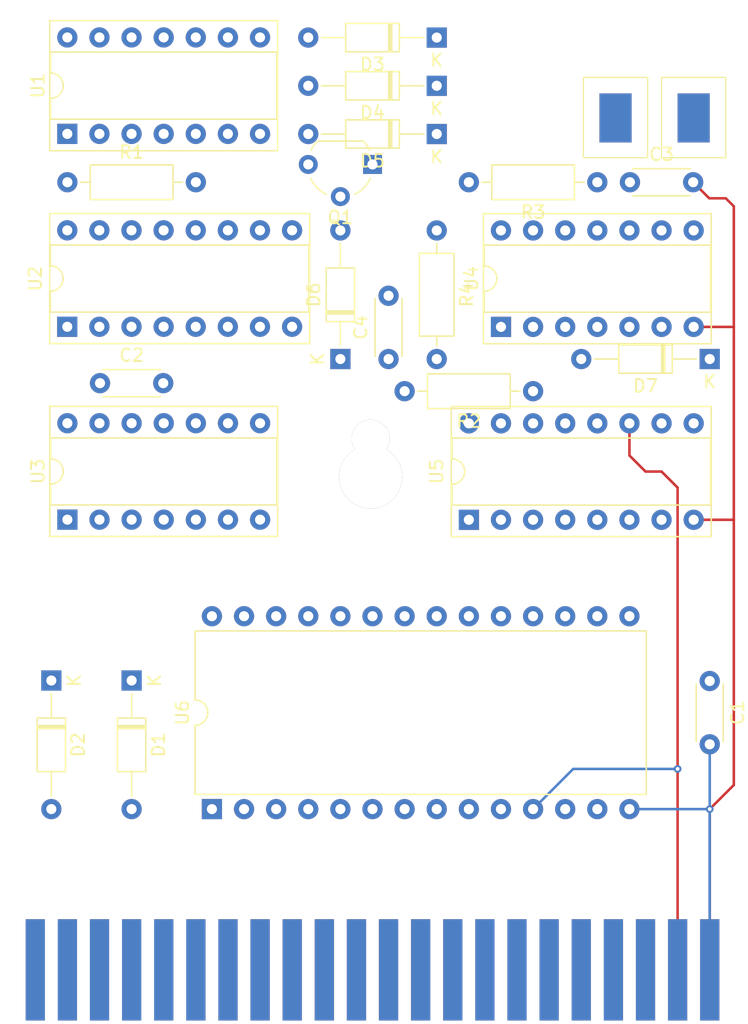
<source format=kicad_pcb>
(kicad_pcb (version 20221018) (generator pcbnew)
  (layers (0 "F.Cu" signal) (31 "B.Cu" signal) (34 "B.Paste" user) (35 "F.Paste" user) (36 "B.SilkS" user "B.Silkscreen") (37 "F.SilkS" user "F.Silkscreen") (38 "B.Mask" user) (39 "F.Mask" user) (44 "Edge.Cuts" user))
  (net 0 "")
  (net 1 "Net-(U1B-C)")
  (net 2 "VCC")
  (net 3 "Net-(Q1-B)")
  (net 4 "Net-(U5-Q5)")
  (net 5 "Net-(U6-~{CE})")
  (net 6 "Net-(D4-A)")
  (net 7 "GND")
  (net 8 "/A12")
  (net 9 "/A7")
  (net 10 "/A6")
  (net 11 "/A5")
  (net 12 "/A4")
  (net 13 "/A3")
  (net 14 "/A2")
  (net 15 "/A1")
  (net 16 "/A0")
  (net 17 "/D0")
  (net 18 "/D1")
  (net 19 "/D2")
  (net 20 "/D3")
  (net 21 "/D4")
  (net 22 "/D5")
  (net 23 "/D6")
  (net 24 "/D7")
  (net 25 "/A10")
  (net 26 "/A11")
  (net 27 "/A9")
  (net 28 "/A8")
  (net 29 "Net-(U5-Q3)")
  (net 30 "Net-(U5-Q0)")
  (net 31 "Net-(U1A-Q)")
  (net 32 "Net-(U5-Q1)")
  (net 33 "Net-(U5-Q2)")
  (net 34 "/EXP_7")
  (net 37 "/EXP_E")
  (net 43 "Net-(D5-A)")
  (net 46 "Net-(U1A-C)")
  (net 50 "Net-(U3-Pad10)")
  (net 51 "/EXP_9")
  (net 60 "/EXP_8")
  (net 61 "/EXP_B")
  (net 62 "Net-(D3-A)")
  (net 63 "/EXP_11")
  (net 64 "/EXP_10")
  (net 65 "Net-(D1-K)")
  (net 66 "Net-(D5-K)")
  (net 67 "/EXP_C")
  (net 68 "/BA")
  (net 69 "/EXP_D")
  (net 70 "/EXP_4")
  (net 71 "/EXP_5")
  (net 72 "/DOTC")
  (net 73 "/DMA")
  (net 74 "/A15")
  (net 75 "/A14")
  (net 76 "/A13")
  (footprint "Package_DIP:DIP-14_W7.62mm_Socket" (layer "F.Cu") (at 130.81 121.92 90)
    (fp_text reference "U4" (at 3.81 -2.33 90) (layer "F.SilkS"))
    (fp_text value "74LS05")
    (fp_line (start -1.33 -1.39) (end -1.33 16.63) (stroke (width 0.12)) (layer "F.SilkS"))
    (fp_line (start -1.33 16.63) (end 8.95 16.63) (stroke (width 0.12)) (layer "F.SilkS"))
    (fp_line (start 1.16 -1.33) (end 1.16 16.57) (stroke (width 0.12)) (layer "F.SilkS"))
    (fp_line (start 1.16 16.57) (end 6.46 16.57) (stroke (width 0.12)) (layer "F.SilkS"))
    (fp_line (start 2.81 -1.33) (end 1.16 -1.33) (stroke (width 0.12)) (layer "F.SilkS"))
    (fp_line (start 6.46 -1.33) (end 4.81 -1.33) (stroke (width 0.12)) (layer "F.SilkS"))
    (fp_line (start 6.46 16.57) (end 6.46 -1.33) (stroke (width 0.12)) (layer "F.SilkS"))
    (fp_line (start 8.95 -1.39) (end -1.33 -1.39) (stroke (width 0.12)) (layer "F.SilkS"))
    (fp_line (start 8.95 16.63) (end 8.95 -1.39) (stroke (width 0.12)) (layer "F.SilkS"))
    (fp_arc (start 4.81 -1.33) (mid 3.81 -0.33) (end 2.81 -1.33) (stroke (width 0.12)) (layer "F.SilkS"))
    (pad "1" thru_hole rect (at 0 0 90) (size 1.6 1.6) (drill 0.8) (layers "*.Cu" "*.Mask") (net 33 "Net-(U5-Q2)"))
    (pad "2" thru_hole oval (at 0 2.54 90) (size 1.6 1.6) (drill 0.8) (layers "*.Cu" "*.Mask") (net 50 "Net-(U3-Pad10)"))
    (pad "3" thru_hole oval (at 0 5.08 90) (size 1.6 1.6) (drill 0.8) (layers "*.Cu" "*.Mask") (net 32 "Net-(U5-Q1)"))
    (pad "4" thru_hole oval (at 0 7.62 90) (size 1.6 1.6) (drill 0.8) (layers "*.Cu" "*.Mask") (net 51 "/EXP_9"))
    (pad "5" thru_hole oval (at 0 10.16 90) (size 1.6 1.6) (drill 0.8) (layers "*.Cu" "*.Mask"))
    (pad "6" thru_hole oval (at 0 12.7 90) (size 1.6 1.6) (drill 0.8) (layers "*.Cu" "*.Mask"))
    (pad "7" thru_hole oval (at 0 15.24 90) (size 1.6 1.6) (drill 0.8) (layers "*.Cu" "*.Mask") (net 7 "GND"))
    (pad "8" thru_hole oval (at 7.62 15.24 90) (size 1.6 1.6) (drill 0.8) (layers "*.Cu" "*.Mask"))
    (pad "9" thru_hole oval (at 7.62 12.7 90) (size 1.6 1.6) (drill 0.8) (layers "*.Cu" "*.Mask"))
    (pad "10" thru_hole oval (at 7.62 10.16 90) (size 1.6 1.6) (drill 0.8) (layers "*.Cu" "*.Mask"))
    (pad "11" thru_hole oval (at 7.62 7.62 90) (size 1.6 1.6) (drill 0.8) (layers "*.Cu" "*.Mask"))
    (pad "12" thru_hole oval (at 7.62 5.08 90) (size 1.6 1.6) (drill 0.8) (layers "*.Cu" "*.Mask"))
    (pad "13" thru_hole oval (at 7.62 2.54 90) (size 1.6 1.6) (drill 0.8) (layers "*.Cu" "*.Mask"))
    (pad "14" thru_hole oval (at 7.62 0 90) (size 1.6 1.6) (drill 0.8) (layers "*.Cu" "*.Mask") (net 2 "VCC"))
  )
  (footprint "Capacitor_THT:C_Disc_D4.3mm_W1.9mm_P5.00mm" (layer "F.Cu") (at 141.01 110.49)
    (fp_text reference "C3" (at 2.5 -2.2) (layer "F.SilkS"))
    (fp_text value "10nF")
    (fp_line (start 0.23 -1.07) (end 0.23 -1.055) (stroke (width 0.12)) (layer "F.SilkS"))
    (fp_line (start 0.23 -1.07) (end 4.77 -1.07) (stroke (width 0.12)) (layer "F.SilkS"))
    (fp_line (start 0.23 1.055) (end 0.23 1.07) (stroke (width 0.12)) (layer "F.SilkS"))
    (fp_line (start 0.23 1.07) (end 4.77 1.07) (stroke (width 0.12)) (layer "F.SilkS"))
    (fp_line (start 4.77 -1.07) (end 4.77 -1.055) (stroke (width 0.12)) (layer "F.SilkS"))
    (fp_line (start 4.77 1.055) (end 4.77 1.07) (stroke (width 0.12)) (layer "F.SilkS"))
    (pad "1" thru_hole circle (at 0 0) (size 1.6 1.6) (drill 0.8) (layers "*.Cu" "*.Mask") (net 3 "Net-(Q1-B)"))
    (pad "2" thru_hole circle (at 5 0) (size 1.6 1.6) (drill 0.8) (layers "*.Cu" "*.Mask") (net 7 "GND"))
  )
  (footprint "Package_DIP:DIP-14_W7.62mm_Socket" (layer "F.Cu") (at 96.515 106.67 90)
    (fp_text reference "U1" (at 3.81 -2.33 90) (layer "F.SilkS"))
    (fp_text value "74LS74")
    (fp_line (start -1.33 -1.39) (end -1.33 16.63) (stroke (width 0.12)) (layer "F.SilkS"))
    (fp_line (start -1.33 16.63) (end 8.95 16.63) (stroke (width 0.12)) (layer "F.SilkS"))
    (fp_line (start 1.16 -1.33) (end 1.16 16.57) (stroke (width 0.12)) (layer "F.SilkS"))
    (fp_line (start 1.16 16.57) (end 6.46 16.57) (stroke (width 0.12)) (layer "F.SilkS"))
    (fp_line (start 2.81 -1.33) (end 1.16 -1.33) (stroke (width 0.12)) (layer "F.SilkS"))
    (fp_line (start 6.46 -1.33) (end 4.81 -1.33) (stroke (width 0.12)) (layer "F.SilkS"))
    (fp_line (start 6.46 16.57) (end 6.46 -1.33) (stroke (width 0.12)) (layer "F.SilkS"))
    (fp_line (start 8.95 -1.39) (end -1.33 -1.39) (stroke (width 0.12)) (layer "F.SilkS"))
    (fp_line (start 8.95 16.63) (end 8.95 -1.39) (stroke (width 0.12)) (layer "F.SilkS"))
    (fp_arc (start 4.81 -1.33) (mid 3.81 -0.33) (end 2.81 -1.33) (stroke (width 0.12)) (layer "F.SilkS"))
    (pad "1" thru_hole rect (at 0 0 90) (size 1.6 1.6) (drill 0.8) (layers "*.Cu" "*.Mask") (net 6 "Net-(D4-A)"))
    (pad "2" thru_hole oval (at 0 2.54 90) (size 1.6 1.6) (drill 0.8) (layers "*.Cu" "*.Mask") (net 2 "VCC"))
    (pad "3" thru_hole oval (at 0 5.08 90) (size 1.6 1.6) (drill 0.8) (layers "*.Cu" "*.Mask") (net 46 "Net-(U1A-C)"))
    (pad "4" thru_hole oval (at 0 7.62 90) (size 1.6 1.6) (drill 0.8) (layers "*.Cu" "*.Mask") (net 2 "VCC"))
    (pad "5" thru_hole oval (at 0 10.16 90) (size 1.6 1.6) (drill 0.8) (layers "*.Cu" "*.Mask") (net 31 "Net-(U1A-Q)"))
    (pad "6" thru_hole oval (at 0 12.7 90) (size 1.6 1.6) (drill 0.8) (layers "*.Cu" "*.Mask") (net 62 "Net-(D3-A)"))
    (pad "7" thru_hole oval (at 0 15.24 90) (size 1.6 1.6) (drill 0.8) (layers "*.Cu" "*.Mask") (net 7 "GND"))
    (pad "8" thru_hole oval (at 7.62 15.24 90) (size 1.6 1.6) (drill 0.8) (layers "*.Cu" "*.Mask") (net 65 "Net-(D1-K)"))
    (pad "9" thru_hole oval (at 7.62 12.7 90) (size 1.6 1.6) (drill 0.8) (layers "*.Cu" "*.Mask") (net 66 "Net-(D5-K)"))
    (pad "10" thru_hole oval (at 7.62 10.16 90) (size 1.6 1.6) (drill 0.8) (layers "*.Cu" "*.Mask") (net 2 "VCC"))
    (pad "11" thru_hole oval (at 7.62 7.62 90) (size 1.6 1.6) (drill 0.8) (layers "*.Cu" "*.Mask") (net 1 "Net-(U1B-C)"))
    (pad "12" thru_hole oval (at 7.62 5.08 90) (size 1.6 1.6) (drill 0.8) (layers "*.Cu" "*.Mask") (net 2 "VCC"))
    (pad "13" thru_hole oval (at 7.62 2.54 90) (size 1.6 1.6) (drill 0.8) (layers "*.Cu" "*.Mask") (net 62 "Net-(D3-A)"))
    (pad "14" thru_hole oval (at 7.62 0 90) (size 1.6 1.6) (drill 0.8) (layers "*.Cu" "*.Mask") (net 2 "VCC"))
  )
  (footprint "Resistor_THT:R_Axial_DIN0207_L6.3mm_D2.5mm_P10.16mm_Horizontal" (layer "F.Cu") (at 138.43 110.49 180)
    (fp_text reference "R3" (at 5.08 -2.37) (layer "F.SilkS"))
    (fp_text value "10K" hide)
    (fp_line (start 1.04 0) (end 1.81 0) (stroke (width 0.12)) (layer "F.SilkS"))
    (fp_line (start 1.81 -1.37) (end 1.81 1.37) (stroke (width 0.12)) (layer "F.SilkS"))
    (fp_line (start 1.81 1.37) (end 8.35 1.37) (stroke (width 0.12)) (layer "F.SilkS"))
    (fp_line (start 8.35 -1.37) (end 1.81 -1.37) (stroke (width 0.12)) (layer "F.SilkS"))
    (fp_line (start 8.35 1.37) (end 8.35 -1.37) (stroke (width 0.12)) (layer "F.SilkS"))
    (fp_line (start 9.12 0) (end 8.35 0) (stroke (width 0.12)) (layer "F.SilkS"))
    (pad "1" thru_hole circle (at 0 0 180) (size 1.6 1.6) (drill 0.8) (layers "*.Cu" "*.Mask") (net 3 "Net-(Q1-B)"))
    (pad "2" thru_hole oval (at 10.16 0 180) (size 1.6 1.6) (drill 0.8) (layers "*.Cu" "*.Mask") (net 4 "Net-(U5-Q5)"))
  )
  (footprint "C64NIKI2:NIKI2-Button" (layer "F.Cu") (at 138.6 107.284137)
    (fp_text reference "SW1" hide)
    (fp_text value "FREEZE" hide)
    (fp_rect (start -1.27 -5.08) (end 3.81 1.27) (stroke (width 0.1)) (fill none) (layer "F.SilkS"))
    (pad "1" smd rect (at 1.27 -1.874137 180) (size 2.54 3.871726) (layers "F.Cu" "F.Paste" "F.Mask") (net 1 "Net-(U1B-C)"))
    (pad "2" smd rect (at 1.27 -1.874137) (size 2.54 3.871726) (layers "B.Cu" "B.Paste" "B.Mask") (net 7 "GND"))
  )
  (footprint "Package_TO_SOT_THT:TO-92_Wide" (layer "F.Cu") (at 120.65 109.085 180)
    (fp_text reference "Q1" (at 2.55 -4.19 180) (layer "F.SilkS"))
    (fp_text value "BC237")
    (fp_line (start 0.74 1.85) (end 4.34 1.85) (stroke (width 0.12)) (layer "F.SilkS"))
    (fp_arc (start 0.172801 -1.103842) (mid 0.678995 -1.832692) (end 1.4 -2.35) (stroke (width 0.12)) (layer "F.SilkS"))
    (fp_arc (start 0.74 1.85) (mid 0.446097 1.509328) (end 0.215816 1.122795) (stroke (width 0.12)) (layer "F.SilkS"))
    (fp_arc (start 3.65 -2.35) (mid 4.382279 -1.833196) (end 4.895458 -1.098371) (stroke (width 0.12)) (layer "F.SilkS"))
    (fp_arc (start 4.864184 1.122795) (mid 4.633903 1.509328) (end 4.34 1.85) (stroke (width 0.12)) (layer "F.SilkS"))
    (pad "1" thru_hole rect (at 0 0 180) (size 1.5 1.5) (drill 0.8) (layers "*.Cu" "*.Mask") (net 6 "Net-(D4-A)"))
    (pad "2" thru_hole circle (at 2.54 -2.54 180) (size 1.5 1.5) (drill 0.8) (layers "*.Cu" "*.Mask") (net 3 "Net-(Q1-B)"))
    (pad "3" thru_hole circle (at 5.08 0 180) (size 1.5 1.5) (drill 0.8) (layers "*.Cu" "*.Mask") (net 7 "GND"))
  )
  (footprint "Resistor_THT:R_Axial_DIN0207_L6.3mm_D2.5mm_P10.16mm_Horizontal" (layer "F.Cu") (at 96.52 110.49)
    (fp_text reference "R1" (at 5.08 -2.37) (layer "F.SilkS"))
    (fp_text value "2.2K")
    (fp_line (start 1.04 0) (end 1.81 0) (stroke (width 0.12)) (layer "F.SilkS"))
    (fp_line (start 1.81 -1.37) (end 1.81 1.37) (stroke (width 0.12)) (layer "F.SilkS"))
    (fp_line (start 1.81 1.37) (end 8.35 1.37) (stroke (width 0.12)) (layer "F.SilkS"))
    (fp_line (start 8.35 -1.37) (end 1.81 -1.37) (stroke (width 0.12)) (layer "F.SilkS"))
    (fp_line (start 8.35 1.37) (end 8.35 -1.37) (stroke (width 0.12)) (layer "F.SilkS"))
    (fp_line (start 9.12 0) (end 8.35 0) (stroke (width 0.12)) (layer "F.SilkS"))
    (pad "1" thru_hole circle (at 0 0) (size 1.6 1.6) (drill 0.8) (layers "*.Cu" "*.Mask") (net 6 "Net-(D4-A)"))
    (pad "2" thru_hole oval (at 10.16 0) (size 1.6 1.6) (drill 0.8) (layers "*.Cu" "*.Mask") (net 2 "VCC"))
  )
  (footprint "Capacitor_THT:C_Disc_D4.3mm_W1.9mm_P5.00mm" (layer "F.Cu") (at 121.92 124.46 90)
    (fp_text reference "C4" (at 2.5 -2.2 90) (layer "F.SilkS"))
    (fp_text value "100nF")
    (fp_line (start 0.23 -1.07) (end 0.23 -1.055) (stroke (width 0.12)) (layer "F.SilkS"))
    (fp_line (start 0.23 -1.07) (end 4.77 -1.07) (stroke (width 0.12)) (layer "F.SilkS"))
    (fp_line (start 0.23 1.055) (end 0.23 1.07) (stroke (width 0.12)) (layer "F.SilkS"))
    (fp_line (start 0.23 1.07) (end 4.77 1.07) (stroke (width 0.12)) (layer "F.SilkS"))
    (fp_line (start 4.77 -1.07) (end 4.77 -1.055) (stroke (width 0.12)) (layer "F.SilkS"))
    (fp_line (start 4.77 1.055) (end 4.77 1.07) (stroke (width 0.12)) (layer "F.SilkS"))
    (pad "1" thru_hole circle (at 0 0 90) (size 1.6 1.6) (drill 0.8) (layers "*.Cu" "*.Mask") (net 2 "VCC"))
    (pad "2" thru_hole circle (at 5 0 90) (size 1.6 1.6) (drill 0.8) (layers "*.Cu" "*.Mask") (net 7 "GND"))
  )
  (footprint "Diode_THT:D_DO-35_SOD27_P10.16mm_Horizontal" (layer "F.Cu") (at 125.73 102.87 180)
    (fp_text reference "D4" (at 5.08 -2.12) (layer "F.SilkS"))
    (fp_text value "1N4148")
    (fp_text user "K" (at 0 -1.8) (layer "F.SilkS"))
    (fp_line (start 1.04 0) (end 2.96 0) (stroke (width 0.12)) (layer "F.SilkS"))
    (fp_line (start 2.96 -1.12) (end 2.96 1.12) (stroke (width 0.12)) (layer "F.SilkS"))
    (fp_line (start 2.96 1.12) (end 7.2 1.12) (stroke (width 0.12)) (layer "F.SilkS"))
    (fp_line (start 3.56 -1.12) (end 3.56 1.12) (stroke (width 0.12)) (layer "F.SilkS"))
    (fp_line (start 3.68 -1.12) (end 3.68 1.12) (stroke (width 0.12)) (layer "F.SilkS"))
    (fp_line (start 3.8 -1.12) (end 3.8 1.12) (stroke (width 0.12)) (layer "F.SilkS"))
    (fp_line (start 7.2 -1.12) (end 2.96 -1.12) (stroke (width 0.12)) (layer "F.SilkS"))
    (fp_line (start 7.2 1.12) (end 7.2 -1.12) (stroke (width 0.12)) (layer "F.SilkS"))
    (fp_line (start 9.12 0) (end 7.2 0) (stroke (width 0.12)) (layer "F.SilkS"))
    (pad "1" thru_hole rect (at 0 0 180) (size 1.6 1.6) (drill 0.8) (layers "*.Cu" "*.Mask") (net 67 "/EXP_C"))
    (pad "2" thru_hole oval (at 10.16 0 180) (size 1.6 1.6) (drill 0.8) (layers "*.Cu" "*.Mask") (net 6 "Net-(D4-A)"))
  )
  (footprint "Package_DIP:DIP-16_W7.62mm_Socket" (layer "F.Cu") (at 96.51 121.91 90)
    (fp_text reference "U2" (at 3.8 -2.53 90) (layer "F.SilkS"))
    (fp_text value "74LS163")
    (fp_line (start -1.33 -1.39) (end -1.33 19.17) (stroke (width 0.12)) (layer "F.SilkS"))
    (fp_line (start -1.33 19.17) (end 8.95 19.17) (stroke (width 0.12)) (layer "F.SilkS"))
    (fp_line (start 1.16 -1.33) (end 1.16 19.11) (stroke (width 0.12)) (layer "F.SilkS"))
    (fp_line (start 1.16 19.11) (end 6.46 19.11) (stroke (width 0.12)) (layer "F.SilkS"))
    (fp_line (start 2.81 -1.33) (end 1.16 -1.33) (stroke (width 0.12)) (layer "F.SilkS"))
    (fp_line (start 6.46 -1.33) (end 4.81 -1.33) (stroke (width 0.12)) (layer "F.SilkS"))
    (fp_line (start 6.46 19.11) (end 6.46 -1.33) (stroke (width 0.12)) (layer "F.SilkS"))
    (fp_line (start 8.95 -1.39) (end -1.33 -1.39) (stroke (width 0.12)) (layer "F.SilkS"))
    (fp_line (start 8.95 19.17) (end 8.95 -1.39) (stroke (width 0.12)) (layer "F.SilkS"))
    (fp_arc (start 4.81 -1.33) (mid 3.81 -0.33) (end 2.81 -1.33) (stroke (width 0.12)) (layer "F.SilkS"))
    (pad "1" thru_hole rect (at 0 0 90) (size 1.6 1.6) (drill 0.8) (layers "*.Cu" "*.Mask") (net 2 "VCC"))
    (pad "2" thru_hole oval (at 0 2.54 90) (size 1.6 1.6) (drill 0.8) (layers "*.Cu" "*.Mask") (net 37 "/EXP_E"))
    (pad "3" thru_hole oval (at 0 5.08 90) (size 1.6 1.6) (drill 0.8) (layers "*.Cu" "*.Mask"))
    (pad "4" thru_hole oval (at 0 7.62 90) (size 1.6 1.6) (drill 0.8) (layers "*.Cu" "*.Mask"))
    (pad "5" thru_hole oval (at 0 10.16 90) (size 1.6 1.6) (drill 0.8) (layers "*.Cu" "*.Mask"))
    (pad "6" thru_hole oval (at 0 12.7 90) (size 1.6 1.6) (drill 0.8) (layers "*.Cu" "*.Mask"))
    (pad "7" thru_hole oval (at 0 15.24 90) (size 1.6 1.6) (drill 0.8) (layers "*.Cu" "*.Mask"))
    (pad "8" thru_hole oval (at 0 17.78 90) (size 1.6 1.6) (drill 0.8) (layers "*.Cu" "*.Mask") (net 7 "GND"))
    (pad "9" thru_hole oval (at 7.62 17.78 90) (size 1.6 1.6) (drill 0.8) (layers "*.Cu" "*.Mask") (net 43 "Net-(D5-A)"))
    (pad "10" thru_hole oval (at 7.62 15.24 90) (size 1.6 1.6) (drill 0.8) (layers "*.Cu" "*.Mask"))
    (pad "11" thru_hole oval (at 7.62 12.7 90) (size 1.6 1.6) (drill 0.8) (layers "*.Cu" "*.Mask"))
    (pad "12" thru_hole oval (at 7.62 10.16 90) (size 1.6 1.6) (drill 0.8) (layers "*.Cu" "*.Mask") (net 46 "Net-(U1A-C)"))
    (pad "13" thru_hole oval (at 7.62 7.62 90) (size 1.6 1.6) (drill 0.8) (layers "*.Cu" "*.Mask"))
    (pad "14" thru_hole oval (at 7.62 5.08 90) (size 1.6 1.6) (drill 0.8) (layers "*.Cu" "*.Mask"))
    (pad "15" thru_hole oval (at 7.62 2.54 90) (size 1.6 1.6) (drill 0.8) (layers "*.Cu" "*.Mask"))
    (pad "16" thru_hole oval (at 7.62 0 90) (size 1.6 1.6) (drill 0.8) (layers "*.Cu" "*.Mask") (net 2 "VCC"))
  )
  (footprint "Capacitor_THT:C_Disc_D4.3mm_W1.9mm_P5.00mm" (layer "F.Cu") (at 99.1 126.365)
    (fp_text reference "C2" (at 2.5 -2.2) (layer "F.SilkS"))
    (fp_text value "1nF")
    (fp_line (start 0.23 -1.07) (end 0.23 -1.055) (stroke (width 0.12)) (layer "F.SilkS"))
    (fp_line (start 0.23 -1.07) (end 4.77 -1.07) (stroke (width 0.12)) (layer "F.SilkS"))
    (fp_line (start 0.23 1.055) (end 0.23 1.07) (stroke (width 0.12)) (layer "F.SilkS"))
    (fp_line (start 0.23 1.07) (end 4.77 1.07) (stroke (width 0.12)) (layer "F.SilkS"))
    (fp_line (start 4.77 -1.07) (end 4.77 -1.055) (stroke (width 0.12)) (layer "F.SilkS"))
    (fp_line (start 4.77 1.055) (end 4.77 1.07) (stroke (width 0.12)) (layer "F.SilkS"))
    (pad "1" thru_hole circle (at 0 0) (size 1.6 1.6) (drill 0.8) (layers "*.Cu" "*.Mask") (net 7 "GND"))
    (pad "2" thru_hole circle (at 5 0) (size 1.6 1.6) (drill 0.8) (layers "*.Cu" "*.Mask") (net 34 "/EXP_7"))
  )
  (footprint "Capacitor_THT:C_Disc_D4.3mm_W1.9mm_P5.00mm" (layer "F.Cu") (at 147.32 149.9 -90)
    (fp_text reference "C1" (at 2.5 -2.2 90) (layer "F.SilkS"))
    (fp_text value "100nF")
    (fp_line (start 0.23 -1.07) (end 0.23 -1.055) (stroke (width 0.12)) (layer "F.SilkS"))
    (fp_line (start 0.23 -1.07) (end 4.77 -1.07) (stroke (width 0.12)) (layer "F.SilkS"))
    (fp_line (start 0.23 1.055) (end 0.23 1.07) (stroke (width 0.12)) (layer "F.SilkS"))
    (fp_line (start 0.23 1.07) (end 4.77 1.07) (stroke (width 0.12)) (layer "F.SilkS"))
    (fp_line (start 4.77 -1.07) (end 4.77 -1.055) (stroke (width 0.12)) (layer "F.SilkS"))
    (fp_line (start 4.77 1.055) (end 4.77 1.07) (stroke (width 0.12)) (layer "F.SilkS"))
    (pad "1" thru_hole circle (at 0 0 270) (size 1.6 1.6) (drill 0.8) (layers "*.Cu" "*.Mask") (net 51 "/EXP_9"))
    (pad "2" thru_hole circle (at 5 0 270) (size 1.6 1.6) (drill 0.8) (layers "*.Cu" "*.Mask") (net 7 "GND"))
  )
  (footprint "Package_DIP:DIP-14_W7.62mm_Socket" (layer "F.Cu") (at 96.52 137.15 90)
    (fp_text reference "U3" (at 3.81 -2.33 90) (layer "F.SilkS"))
    (fp_text value "74LS125")
    (fp_line (start -1.33 -1.39) (end -1.33 16.63) (stroke (width 0.12)) (layer "F.SilkS"))
    (fp_line (start -1.33 16.63) (end 8.95 16.63) (stroke (width 0.12)) (layer "F.SilkS"))
    (fp_line (start 1.16 -1.33) (end 1.16 16.57) (stroke (width 0.12)) (layer "F.SilkS"))
    (fp_line (start 1.16 16.57) (end 6.46 16.57) (stroke (width 0.12)) (layer "F.SilkS"))
    (fp_line (start 2.81 -1.33) (end 1.16 -1.33) (stroke (width 0.12)) (layer "F.SilkS"))
    (fp_line (start 6.46 -1.33) (end 4.81 -1.33) (stroke (width 0.12)) (layer "F.SilkS"))
    (fp_line (start 6.46 16.57) (end 6.46 -1.33) (stroke (width 0.12)) (layer "F.SilkS"))
    (fp_line (start 8.95 -1.39) (end -1.33 -1.39) (stroke (width 0.12)) (layer "F.SilkS"))
    (fp_line (start 8.95 16.63) (end 8.95 -1.39) (stroke (width 0.12)) (layer "F.SilkS"))
    (fp_arc (start 4.81 -1.33) (mid 3.81 -0.33) (end 2.81 -1.33) (stroke (width 0.12)) (layer "F.SilkS"))
    (pad "1" thru_hole rect (at 0 0 90) (size 1.6 1.6) (drill 0.8) (layers "*.Cu" "*.Mask") (net 60 "/EXP_8"))
    (pad "2" thru_hole oval (at 0 2.54 90) (size 1.6 1.6) (drill 0.8) (layers "*.Cu" "*.Mask") (net 61 "/EXP_B"))
    (pad "3" thru_hole oval (at 0 5.08 90) (size 1.6 1.6) (drill 0.8) (layers "*.Cu" "*.Mask") (net 5 "Net-(U6-~{CE})"))
    (pad "4" thru_hole oval (at 0 7.62 90) (size 1.6 1.6) (drill 0.8) (layers "*.Cu" "*.Mask") (net 62 "Net-(D3-A)"))
    (pad "5" thru_hole oval (at 0 10.16 90) (size 1.6 1.6) (drill 0.8) (layers "*.Cu" "*.Mask") (net 33 "Net-(U5-Q2)"))
    (pad "6" thru_hole oval (at 0 12.7 90) (size 1.6 1.6) (drill 0.8) (layers "*.Cu" "*.Mask") (net 60 "/EXP_8"))
    (pad "7" thru_hole oval (at 0 15.24 90) (size 1.6 1.6) (drill 0.8) (layers "*.Cu" "*.Mask") (net 7 "GND"))
    (pad "8" thru_hole oval (at 7.62 15.24 90) (size 1.6 1.6) (drill 0.8) (layers "*.Cu" "*.Mask") (net 5 "Net-(U6-~{CE})"))
    (pad "9" thru_hole oval (at 7.62 12.7 90) (size 1.6 1.6) (drill 0.8) (layers "*.Cu" "*.Mask") (net 63 "/EXP_11"))
    (pad "10" thru_hole oval (at 7.62 10.16 90) (size 1.6 1.6) (drill 0.8) (layers "*.Cu" "*.Mask") (net 50 "Net-(U3-Pad10)"))
    (pad "11" thru_hole oval (at 7.62 7.62 90) (size 1.6 1.6) (drill 0.8) (layers "*.Cu" "*.Mask") (net 5 "Net-(U6-~{CE})"))
    (pad "12" thru_hole oval (at 7.62 5.08 90) (size 1.6 1.6) (drill 0.8) (layers "*.Cu" "*.Mask") (net 64 "/EXP_10"))
    (pad "13" thru_hole oval (at 7.62 2.54 90) (size 1.6 1.6) (drill 0.8) (layers "*.Cu" "*.Mask") (net 50 "Net-(U3-Pad10)"))
    (pad "14" thru_hole oval (at 7.62 0 90) (size 1.6 1.6) (drill 0.8) (layers "*.Cu" "*.Mask") (net 2 "VCC"))
  )
  (footprint "Resistor_THT:R_Axial_DIN0207_L6.3mm_D2.5mm_P10.16mm_Horizontal" (layer "F.Cu") (at 133.35 127 180)
    (fp_text reference "R2" (at 5.08 -2.37) (layer "F.SilkS"))
    (fp_text value "2.2K")
    (fp_line (start 1.04 0) (end 1.81 0) (stroke (width 0.12)) (layer "F.SilkS"))
    (fp_line (start 1.81 -1.37) (end 1.81 1.37) (stroke (width 0.12)) (layer "F.SilkS"))
    (fp_line (start 1.81 1.37) (end 8.35 1.37) (stroke (width 0.12)) (layer "F.SilkS"))
    (fp_line (start 8.35 -1.37) (end 1.81 -1.37) (stroke (width 0.12)) (layer "F.SilkS"))
    (fp_line (start 8.35 1.37) (end 8.35 -1.37) (stroke (width 0.12)) (layer "F.SilkS"))
    (fp_line (start 9.12 0) (end 8.35 0) (stroke (width 0.12)) (layer "F.SilkS"))
    (pad "1" thru_hole circle (at 0 0 180) (size 1.6 1.6) (drill 0.8) (layers "*.Cu" "*.Mask") (net 2 "VCC"))
    (pad "2" thru_hole oval (at 10.16 0 180) (size 1.6 1.6) (drill 0.8) (layers "*.Cu" "*.Mask") (net 5 "Net-(U6-~{CE})"))
  )
  (footprint "Diode_THT:D_DO-35_SOD27_P10.16mm_Horizontal" (layer "F.Cu") (at 95.25 149.86 -90)
    (fp_text reference "D2" (at 5.08 -2.12 90) (layer "F.SilkS"))
    (fp_text value "1N4148")
    (fp_text user "K" (at 0 -1.8 90) (layer "F.SilkS"))
    (fp_line (start 1.04 0) (end 2.96 0) (stroke (width 0.12)) (layer "F.SilkS"))
    (fp_line (start 2.96 -1.12) (end 2.96 1.12) (stroke (width 0.12)) (layer "F.SilkS"))
    (fp_line (start 2.96 1.12) (end 7.2 1.12) (stroke (width 0.12)) (layer "F.SilkS"))
    (fp_line (start 3.56 -1.12) (end 3.56 1.12) (stroke (width 0.12)) (layer "F.SilkS"))
    (fp_line (start 3.68 -1.12) (end 3.68 1.12) (stroke (width 0.12)) (layer "F.SilkS"))
    (fp_line (start 3.8 -1.12) (end 3.8 1.12) (stroke (width 0.12)) (layer "F.SilkS"))
    (fp_line (start 7.2 -1.12) (end 2.96 -1.12) (stroke (width 0.12)) (layer "F.SilkS"))
    (fp_line (start 7.2 1.12) (end 7.2 -1.12) (stroke (width 0.12)) (layer "F.SilkS"))
    (fp_line (start 9.12 0) (end 7.2 0) (stroke (width 0.12)) (layer "F.SilkS"))
    (pad "1" thru_hole rect (at 0 0 270) (size 1.6 1.6) (drill 0.8) (layers "*.Cu" "*.Mask") (net 65 "Net-(D1-K)"))
    (pad "2" thru_hole oval (at 10.16 0 270) (size 1.6 1.6) (drill 0.8) (layers "*.Cu" "*.Mask") (net 69 "/EXP_D"))
  )
  (footprint "Resistor_THT:R_Axial_DIN0207_L6.3mm_D2.5mm_P10.16mm_Horizontal" (layer "F.Cu") (at 125.73 114.3 -90)
    (fp_text reference "R4" (at 5.08 -2.37 90) (layer "F.SilkS"))
    (fp_text value "2.2K")
    (fp_line (start 1.04 0) (end 1.81 0) (stroke (width 0.12)) (layer "F.SilkS"))
    (fp_line (start 1.81 -1.37) (end 1.81 1.37) (stroke (width 0.12)) (layer "F.SilkS"))
    (fp_line (start 1.81 1.37) (end 8.35 1.37) (stroke (width 0.12)) (layer "F.SilkS"))
    (fp_line (start 8.35 -1.37) (end 1.81 -1.37) (stroke (width 0.12)) (layer "F.SilkS"))
    (fp_line (start 8.35 1.37) (end 8.35 -1.37) (stroke (width 0.12)) (layer "F.SilkS"))
    (fp_line (start 9.12 0) (end 8.35 0) (stroke (width 0.12)) (layer "F.SilkS"))
    (pad "1" thru_hole circle (at 0 0 270) (size 1.6 1.6) (drill 0.8) (layers "*.Cu" "*.Mask") (net 1 "Net-(U1B-C)"))
    (pad "2" thru_hole oval (at 10.16 0 270) (size 1.6 1.6) (drill 0.8) (layers "*.Cu" "*.Mask") (net 2 "VCC"))
  )
  (footprint "Package_DIP:DIP-28_W15.24mm" (layer "F.Cu") (at 107.95 160.02 90)
    (fp_text reference "U6" (at 7.62 -2.33 90) (layer "F.SilkS"))
    (fp_text value "27C256")
    (fp_line (start 1.16 -1.33) (end 1.16 34.35) (stroke (width 0.12)) (layer "F.SilkS"))
    (fp_line (start 1.16 34.35) (end 14.08 34.35) (stroke (width 0.12)) (layer "F.SilkS"))
    (fp_line (start 6.62 -1.33) (end 1.16 -1.33) (stroke (width 0.12)) (layer "F.SilkS"))
    (fp_line (start 14.08 -1.33) (end 8.62 -1.33) (stroke (width 0.12)) (layer "F.SilkS"))
    (fp_line (start 14.08 34.35) (end 14.08 -1.33) (stroke (width 0.12)) (layer "F.SilkS"))
    (fp_arc (start 8.62 -1.33) (mid 7.62 -0.33) (end 6.62 -1.33) (stroke (width 0.12)) (layer "F.SilkS"))
    (pad "1" thru_hole rect (at 0 0 90) (size 1.6 1.6) (drill 0.8) (layers "*.Cu" "*.Mask") (net 2 "VCC"))
    (pad "2" thru_hole oval (at 0 2.54 90) (size 1.6 1.6) (drill 0.8) (layers "*.Cu" "*.Mask") (net 8 "/A12"))
    (pad "3" thru_hole oval (at 0 5.08 90) (size 1.6 1.6) (drill 0.8) (layers "*.Cu" "*.Mask") (net 9 "/A7"))
    (pad "4" thru_hole oval (at 0 7.62 90) (size 1.6 1.6) (drill 0.8) (layers "*.Cu" "*.Mask") (net 10 "/A6"))
    (pad "5" thru_hole oval (at 0 10.16 90) (size 1.6 1.6) (drill 0.8) (layers "*.Cu" "*.Mask") (net 11 "/A5"))
    (pad "6" thru_hole oval (at 0 12.7 90) (size 1.6 1.6) (drill 0.8) (layers "*.Cu" "*.Mask") (net 12 "/A4"))
    (pad "7" thru_hole oval (at 0 15.24 90) (size 1.6 1.6) (drill 0.8) (layers "*.Cu" "*.Mask") (net 13 "/A3"))
    (pad "8" thru_hole oval (at 0 17.78 90) (size 1.6 1.6) (drill 0.8) (layers "*.Cu" "*.Mask") (net 14 "/A2"))
    (pad "9" thru_hole oval (at 0 20.32 90) (size 1.6 1.6) (drill 0.8) (layers "*.Cu" "*.Mask") (net 15 "/A1"))
    (pad "10" thru_hole oval (at 0 22.86 90) (size 1.6 1.6) (drill 0.8) (layers "*.Cu" "*.Mask") (net 16 "/A0"))
    (pad "11" thru_hole oval (at 0 25.4 90) (size 1.6 1.6) (drill 0.8) (layers "*.Cu" "*.Mask") (net 17 "/D0"))
    (pad "12" thru_hole oval (at 0 27.94 90) (size 1.6 1.6) (drill 0.8) (layers "*.Cu" "*.Mask") (net 18 "/D1"))
    (pad "13" thru_hole oval (at 0 30.48 90) (size 1.6 1.6) (drill 0.8) (layers "*.Cu" "*.Mask") (net 19 "/D2"))
    (pad "14" thru_hole oval (at 0 33.02 90) (size 1.6 1.6) (drill 0.8) (layers "*.Cu" "*.Mask") (net 7 "GND"))
    (pad "15" thru_hole oval (at 15.24 33.02 90) (size 1.6 1.6) (drill 0.8) (layers "*.Cu" "*.Mask") (net 20 "/D3"))
    (pad "16" thru_hole oval (at 15.24 30.48 90) (size 1.6 1.6) (drill 0.8) (layers "*.Cu" "*.Mask") (net 21 "/D4"))
    (pad "17" thru_hole oval (at 15.24 27.94 90) (size 1.6 1.6) (drill 0.8) (layers "*.Cu" "*.Mask") (net 22 "/D5"))
    (pad "18" thru_hole oval (at 15.24 25.4 90) (size 1.6 1.6) (drill 0.8) (layers "*.Cu" "*.Mask") (net 23 "/D6"))
    (pad "19" thru_hole oval (at 15.24 22.86 90) (size 1.6 1.6) (drill 0.8) (layers "*.Cu" "*.Mask") (net 24 "/D7"))
    (pad "20" thru_hole oval (at 15.24 20.32 90) (size 1.6 1.6) (drill 0.8) (layers "*.Cu" "*.Mask") (net 5 "Net-(U6-~{CE})"))
    (pad "21" thru_hole oval (at 15.24 17.78 90) (size 1.6 1.6) (drill 0.8) (layers "*.Cu" "*.Mask") (net 25 "/A10"))
    (pad "22" thru_hole oval (at 15.24 15.24 90) (size 1.6 1.6) (drill 0.8) (layers "*.Cu" "*.Mask") (net 5 "Net-(U6-~{CE})"))
    (pad "23" thru_hole oval (at 15.24 12.7 90) (size 1.6 1.6) (drill 0.8) (layers "*.Cu" "*.Mask") (net 26 "/A11"))
    (pad "24" thru_hole oval (at 15.24 10.16 90) (size 1.6 1.6) (drill 0.8) (layers "*.Cu" "*.Mask") (net 27 "/A9"))
    (pad "25" thru_hole oval (at 15.24 7.62 90) (size 1.6 1.6) (drill 0.8) (layers "*.Cu" "*.Mask") (net 28 "/A8"))
    (pad "26" thru_hole oval (at 15.24 5.08 90) (size 1.6 1.6) (drill 0.8) (layers "*.Cu" "*.Mask") (net 29 "Net-(U5-Q3)"))
    (pad "27" thru_hole oval (at 15.24 2.54 90) (size 1.6 1.6) (drill 0.8) (layers "*.Cu" "*.Mask") (net 30 "Net-(U5-Q0)"))
    (pad "28" thru_hole oval (at 15.24 0 90) (size 1.6 1.6) (drill 0.8) (layers "*.Cu" "*.Mask") (net 2 "VCC"))
  )
  (footprint "C64NIKI2:C64-Cart-NoSilkS" (layer "F.Cu") (at 91.44 176.658274)
    (fp_text reference "J1" hide)
    (fp_text value "C64-EXP" hide)
    (pad "1" smd rect (at 2.54 -3.938274 180) (size 1.524 8) (layers "F.Cu" "F.Paste" "F.Mask") (net 7 "GND"))
    (pad "2" smd rect (at 5.08 -3.938274 180) (size 1.524 8) (layers "F.Cu" "F.Paste" "F.Mask") (net 2 "VCC"))
    (pad "3" smd rect (at 7.62 -3.938274 180) (size 1.524 8) (layers "F.Cu" "F.Paste" "F.Mask") (net 2 "VCC"))
    (pad "4" smd rect (at 10.16 -3.938274 180) (size 1.524 8) (layers "F.Cu" "F.Paste" "F.Mask") (net 70 "/EXP_4"))
    (pad "5" smd rect (at 12.7 -3.938274 180) (size 1.524 8) (layers "F.Cu" "F.Paste" "F.Mask") (net 71 "/EXP_5"))
    (pad "6" smd rect (at 15.24 -3.938274 180) (size 1.524 8) (layers "F.Cu" "F.Paste" "F.Mask") (net 72 "/DOTC"))
    (pad "7" smd rect (at 17.78 -3.938274 180) (size 1.524 8) (layers "F.Cu" "F.Paste" "F.Mask") (net 34 "/EXP_7"))
    (pad "8" smd rect (at 20.32 -3.938274 180) (size 1.524 8) (layers "F.Cu" "F.Paste" "F.Mask") (net 60 "/EXP_8"))
    (pad "9" smd rect (at 22.86 -3.938274 180) (size 1.524 8) (layers "F.Cu" "F.Paste" "F.Mask") (net 51 "/EXP_9"))
    (pad "10" smd rect (at 25.4 -3.938274 180) (size 1.524 8) (layers "F.Cu" "F.Paste" "F.Mask") (net 64 "/EXP_10"))
    (pad "11" smd rect (at 27.94 -3.938274 180) (size 1.524 8) (layers "F.Cu" "F.Paste" "F.Mask") (net 63 "/EXP_11"))
    (pad "12" smd rect (at 30.48 -3.938274 180) (size 1.524 8) (layers "F.Cu" "F.Paste" "F.Mask") (net 68 "/BA"))
    (pad "13" smd rect (at 33.02 -3.938274 180) (size 1.524 8) (layers "F.Cu" "F.Paste" "F.Mask") (net 73 "/DMA"))
    (pad "14" smd rect (at 35.56 -3.938274 180) (size 1.524 8) (layers "F.Cu" "F.Paste" "F.Mask") (net 24 "/D7"))
    (pad "15" smd rect (at 38.1 -3.938274 180) (size 1.524 8) (layers "F.Cu" "F.Paste" "F.Mask") (net 23 "/D6"))
    (pad "16" smd rect (at 40.64 -3.938274 180) (size 1.524 8) (layers "F.Cu" "F.Paste" "F.Mask") (net 22 "/D5"))
    (pad "17" smd rect (at 43.18 -3.938274 180) (size 1.524 8) (layers "F.Cu" "F.Paste" "F.Mask") (net 21 "/D4"))
    (pad "18" smd rect (at 45.72 -3.938274 180) (size 1.524 8) (layers "F.Cu" "F.Paste" "F.Mask") (net 20 "/D3"))
    (pad "19" smd rect (at 48.26 -3.938274 180) (size 1.524 8) (layers "F.Cu" "F.Paste" "F.Mask") (net 19 "/D2"))
    (pad "20" smd rect (at 50.8 -3.938274 180) (size 1.524 8) (layers "F.Cu" "F.Paste" "F.Mask") (net 18 "/D1"))
    (pad "21" smd rect (at 53.34 -3.938274 180) (size 1.524 8) (layers "F.Cu" "F.Paste" "F.Mask") (net 17 "/D0"))
    (pad "22" smd rect (at 55.88 -3.938274 180) (size 1.524 8) (layers "F.Cu" "F.Paste" "F.Mask") (net 7 "GND"))
    (pad "A" smd rect (at 2.54 -3.938274) (size 1.524 8) (layers "B.Cu" "B.Paste" "B.Mask") (net 7 "GND"))
    (pad "B" smd rect (at 5.08 -3.938274) (size 1.524 8) (layers "B.Cu" "B.Paste" "B.Mask") (net 61 "/EXP_B"))
    (pad "C" smd rect (at 7.62 -3.938274) (size 1.524 8) (layers "B.Cu" "B.Paste" "B.Mask") (net 67 "/EXP_C"))
    (pad "D" smd rect (at 10.16 -3.938274) (size 1.524 8) (layers "B.Cu" "B.Paste" "B.Mask") (net 69 "/EXP_D"))
    (pad "E" smd rect (at 12.7 -3.938274) (size 1.524 8) (layers "B.Cu" "B.Paste" "B.Mask") (net 37 "/EXP_E"))
    (pad "F" smd rect (at 15.24 -3.938274) (size 1.524 8) (layers "B.Cu" "B.Paste" "B.Mask") (net 74 "/A15"))
    (pad "H" smd rect (at 17.78 -3.938274) (size 1.524 8) (layers "B.Cu" "B.Paste" "B.Mask") (net 75 "/A14"))
    (pad "J" smd rect (at 20.32 -3.938274) (size 1.524 8) (layers "B.Cu" "B.Paste" "B.Mask") (net 76 "/A13"))
    (pad "K" smd rect (at 22.86 -3.938274) (size 1.524 8) (layers "B.Cu" "B.Paste" "B.Mask") (net 8 "/A12"))
    (pad "L" smd rect (at 25.4 -3.938274) (size 1.524 8) (layers "B.Cu" "B.Paste" "B.Mask") (net 26 "/A11"))
    (pad "M" smd rect (at 27.94 -3.938274) (size 1.524 8) (layers "B.Cu" "B.Paste" "B.Mask") (net 25 "/A10"))
    (pad "N" smd rect (at 30.48 -3.938274) (size 1.524 8) (layers "B.Cu" "B.Paste" "B.Mask") (net 27 "/A9"))
    (pad "P" smd rect (at 33.02 -3.938274) (size 1.524 8) (layers "B.Cu" "B.Paste" "B.Mask") (net 28 "/A8"))
    (pad "R" smd rect (at 35.56 -3.938274) (size 1.524 8) (layers "B.Cu" "B.Paste" "B.Mask") (net 9 "/A7"))
    (pad "S" smd rect (at 38.1 -3.938274) (size 1.524 8) (layers "B.Cu" "B.Paste" "B.Mask") (net 10 "/A6"))
    (pad "T" smd rect (at 40.64 -3.938274) (size 1.524 8) (layers "B.Cu" "B.Paste" "B.Mask") (net 11 "/A5"))
    (pad "U" smd rect (at 43.18 -3.938274) (size 1.524 8) (layers "B.Cu" "B.Paste" "B.Mask") (net 12 "/A4"))
    (pad "V" smd rect (at 45.72 -3.938274) (size 1.524 8) (layers "B.Cu" "B.Paste" "B.Mask") (net 13 "/A3"))
    (pad "W" smd rect (at 48.26 -3.938274) (size 1.524 8) (layers "B.Cu" "B.Paste" "B.Mask") (net 14 "/A2"))
    (pad "X" thru_hole circle (at 29.0627 -45.9) (size 3 3) (drill 3) (layers "*.Cu" "*.Mask") (net 15 "/A1"))
    (pad "X" thru_hole circle (at 29.0627 -42.8954) (size 5 5) (drill 5) (layers "*.Cu" "*.Mask") (net 15 "/A1"))
    (pad "X" smd rect (at 50.8 -3.938274) (size 1.524 8) (layers "B.Cu" "B.Paste" "B.Mask") (net 15 "/A1"))
    (pad "Y" smd rect (at 53.34 -3.938274) (size 1.524 8) (layers "B.Cu" "B.Paste" "B.Mask") (net 16 "/A0"))
    (pad "Z" smd rect (at 55.88 -3.938274) (size 1.524 8) (layers "B.Cu" "B.Paste" "B.Mask") (net 7 "GND"))
  )
  (footprint "Diode_THT:D_DO-35_SOD27_P10.16mm_Horizontal" (layer "F.Cu") (at 101.6 149.86 -90)
    (fp_text reference "D1" (at 5.08 -2.12 90) (layer "F.SilkS"))
    (fp_text value "1N4148")
    (fp_text user "K" (at 0 -1.8 90) (layer "F.SilkS"))
    (fp_line (start 1.04 0) (end 2.96 0) (stroke (width 0.12)) (layer "F.SilkS"))
    (fp_line (start 2.96 -1.12) (end 2.96 1.12) (stroke (width 0.12)) (layer "F.SilkS"))
    (fp_line (start 2.96 1.12) (end 7.2 1.12) (stroke (width 0.12)) (layer "F.SilkS"))
    (fp_line (start 3.56 -1.12) (end 3.56 1.12) (stroke (width 0.12)) (layer "F.SilkS"))
    (fp_line (start 3.68 -1.12) (end 3.68 1.12) (stroke (width 0.12)) (layer "F.SilkS"))
    (fp_line (start 3.8 -1.12) (end 3.8 1.12) (stroke (width 0.12)) (layer "F.SilkS"))
    (fp_line (start 7.2 -1.12) (end 2.96 -1.12) (stroke (width 0.12)) (layer "F.SilkS"))
    (fp_line (start 7.2 1.12) (end 7.2 -1.12) (stroke (width 0.12)) (layer "F.SilkS"))
    (fp_line (start 9.12 0) (end 7.2 0) (stroke (width 0.12)) (layer "F.SilkS"))
    (pad "1" thru_hole rect (at 0 0 270) (size 1.6 1.6) (drill 0.8) (layers "*.Cu" "*.Mask") (net 65 "Net-(D1-K)"))
    (pad "2" thru_hole oval (at 10.16 0 270) (size 1.6 1.6) (drill 0.8) (layers "*.Cu" "*.Mask") (net 70 "/EXP_4"))
  )
  (footprint "Diode_THT:D_DO-35_SOD27_P10.16mm_Horizontal" (layer "F.Cu") (at 118.11 124.46 90)
    (fp_text reference "D6" (at 5.08 -2.12 90) (layer "F.SilkS"))
    (fp_text value "1N4148")
    (fp_text user "K" (at 0 -1.8 90) (layer "F.SilkS"))
    (fp_line (start 1.04 0) (end 2.96 0) (stroke (width 0.12)) (layer "F.SilkS"))
    (fp_line (start 2.96 -1.12) (end 2.96 1.12) (stroke (width 0.12)) (layer "F.SilkS"))
    (fp_line (start 2.96 1.12) (end 7.2 1.12) (stroke (width 0.12)) (layer "F.SilkS"))
    (fp_line (start 3.56 -1.12) (end 3.56 1.12) (stroke (width 0.12)) (layer "F.SilkS"))
    (fp_line (start 3.68 -1.12) (end 3.68 1.12) (stroke (width 0.12)) (layer "F.SilkS"))
    (fp_line (start 3.8 -1.12) (end 3.8 1.12) (stroke (width 0.12)) (layer "F.SilkS"))
    (fp_line (start 7.2 -1.12) (end 2.96 -1.12) (stroke (width 0.12)) (layer "F.SilkS"))
    (fp_line (start 7.2 1.12) (end 7.2 -1.12) (stroke (width 0.12)) (layer "F.SilkS"))
    (fp_line (start 9.12 0) (end 7.2 0) (stroke (width 0.12)) (layer "F.SilkS"))
    (pad "1" thru_hole rect (at 0 0 90) (size 1.6 1.6) (drill 0.8) (layers "*.Cu" "*.Mask") (net 68 "/BA"))
    (pad "2" thru_hole oval (at 10.16 0 90) (size 1.6 1.6) (drill 0.8) (layers "*.Cu" "*.Mask") (net 43 "Net-(D5-A)"))
  )
  (footprint "Diode_THT:D_DO-35_SOD27_P10.16mm_Horizontal" (layer "F.Cu") (at 147.32 124.46 180)
    (fp_text reference "D7" (at 5.08 -2.12) (layer "F.SilkS"))
    (fp_text value "1N4148")
    (fp_text user "K" (at 0 -1.8) (layer "F.SilkS"))
    (fp_line (start 1.04 0) (end 2.96 0) (stroke (width 0.12)) (layer "F.SilkS"))
    (fp_line (start 2.96 -1.12) (end 2.96 1.12) (stroke (width 0.12)) (layer "F.SilkS"))
    (fp_line (start 2.96 1.12) (end 7.2 1.12) (stroke (width 0.12)) (layer "F.SilkS"))
    (fp_line (start 3.56 -1.12) (end 3.56 1.12) (stroke (width 0.12)) (layer "F.SilkS"))
    (fp_line (start 3.68 -1.12) (end 3.68 1.12) (stroke (width 0.12)) (layer "F.SilkS"))
    (fp_line (start 3.8 -1.12) (end 3.8 1.12) (stroke (width 0.12)) (layer "F.SilkS"))
    (fp_line (start 7.2 -1.12) (end 2.96 -1.12) (stroke (width 0.12)) (layer "F.SilkS"))
    (fp_line (start 7.2 1.12) (end 7.2 -1.12) (stroke (width 0.12)) (layer "F.SilkS"))
    (fp_line (start 9.12 0) (end 7.2 0) (stroke (width 0.12)) (layer "F.SilkS"))
    (pad "1" thru_hole rect (at 0 0 180) (size 1.6 1.6) (drill 0.8) (layers "*.Cu" "*.Mask") (net 67 "/EXP_C"))
    (pad "2" thru_hole oval (at 10.16 0 180) (size 1.6 1.6) (drill 0.8) (layers "*.Cu" "*.Mask") (net 51 "/EXP_9"))
  )
  (footprint "Diode_THT:D_DO-35_SOD27_P10.16mm_Horizontal" (layer "F.Cu") (at 125.73 99.06 180)
    (fp_text reference "D3" (at 5.08 -2.12) (layer "F.SilkS"))
    (fp_text value "1N4148")
    (fp_text user "K" (at 0 -1.8) (layer "F.SilkS"))
    (fp_line (start 1.04 0) (end 2.96 0) (stroke (width 0.12)) (layer "F.SilkS"))
    (fp_line (start 2.96 -1.12) (end 2.96 1.12) (stroke (width 0.12)) (layer "F.SilkS"))
    (fp_line (start 2.96 1.12) (end 7.2 1.12) (stroke (width 0.12)) (layer "F.SilkS"))
    (fp_line (start 3.56 -1.12) (end 3.56 1.12) (stroke (width 0.12)) (layer "F.SilkS"))
    (fp_line (start 3.68 -1.12) (end 3.68 1.12) (stroke (width 0.12)) (layer "F.SilkS"))
    (fp_line (start 3.8 -1.12) (end 3.8 1.12) (stroke (width 0.12)) (layer "F.SilkS"))
    (fp_line (start 7.2 -1.12) (end 2.96 -1.12) (stroke (width 0.12)) (layer "F.SilkS"))
    (fp_line (start 7.2 1.12) (end 7.2 -1.12) (stroke (width 0.12)) (layer "F.SilkS"))
    (fp_line (start 9.12 0) (end 7.2 0) (stroke (width 0.12)) (layer "F.SilkS"))
    (pad "1" thru_hole rect (at 0 0 180) (size 1.6 1.6) (drill 0.8) (layers "*.Cu" "*.Mask") (net 67 "/EXP_C"))
    (pad "2" thru_hole oval (at 10.16 0 180) (size 1.6 1.6) (drill 0.8) (layers "*.Cu" "*.Mask") (net 62 "Net-(D3-A)"))
  )
  (footprint "Package_DIP:DIP-16_W7.62mm_Socket" (layer "F.Cu") (at 128.27 137.16 90)
    (fp_text reference "U5" (at 3.81 -2.54 90) (layer "F.SilkS"))
    (fp_text value "74LS174")
    (fp_line (start -1.33 -1.39) (end -1.33 19.17) (stroke (width 0.12)) (layer "F.SilkS"))
    (fp_line (start -1.33 19.17) (end 8.95 19.17) (stroke (width 0.12)) (layer "F.SilkS"))
    (fp_line (start 1.16 -1.33) (end 1.16 19.11) (stroke (width 0.12)) (layer "F.SilkS"))
    (fp_line (start 1.16 19.11) (end 6.46 19.11) (stroke (width 0.12)) (layer "F.SilkS"))
    (fp_line (start 2.81 -1.33) (end 1.16 -1.33) (stroke (width 0.12)) (layer "F.SilkS"))
    (fp_line (start 6.46 -1.33) (end 4.81 -1.33) (stroke (width 0.12)) (layer "F.SilkS"))
    (fp_line (start 6.46 19.11) (end 6.46 -1.33) (stroke (width 0.12)) (layer "F.SilkS"))
    (fp_line (start 8.95 -1.39) (end -1.33 -1.39) (stroke (width 0.12)) (layer "F.SilkS"))
    (fp_line (start 8.95 19.17) (end 8.95 -1.39) (stroke (width 0.12)) (layer "F.SilkS"))
    (fp_arc (start 4.81 -1.33) (mid 3.81 -0.33) (end 2.81 -1.33) (stroke (width 0.12)) (layer "F.SilkS"))
    (pad "1" thru_hole rect (at 0 0 90) (size 1.6 1.6) (drill 0.8) (layers "*.Cu" "*.Mask") (net 31 "Net-(U1A-Q)"))
    (pad "2" thru_hole oval (at 0 2.54 90) (size 1.6 1.6) (drill 0.8) (layers "*.Cu" "*.Mask") (net 30 "Net-(U5-Q0)"))
    (pad "3" thru_hole oval (at 0 5.08 90) (size 1.6 1.6) (drill 0.8) (layers "*.Cu" "*.Mask") (net 21 "/D4"))
    (pad "4" thru_hole oval (at 0 7.62 90) (size 1.6 1.6) (drill 0.8) (layers "*.Cu" "*.Mask") (net 20 "/D3"))
    (pad "5" thru_hole oval (at 0 10.16 90) (size 1.6 1.6) (drill 0.8) (layers "*.Cu" "*.Mask") (net 32 "Net-(U5-Q1)"))
    (pad "6" thru_hole oval (at 0 12.7 90) (size 1.6 1.6) (drill 0.8) (layers "*.Cu" "*.Mask") (net 18 "/D1"))
    (pad "7" thru_hole oval (at 0 15.24 90) (size 1.6 1.6) (drill 0.8) (layers "*.Cu" "*.Mask") (net 33 "Net-(U5-Q2)"))
    (pad "8" thru_hole oval (at 0 17.78 90) (size 1.6 1.6) (drill 0.8) (layers "*.Cu" "*.Mask") (net 7 "GND"))
    (pad "9" thru_hole oval (at 7.62 17.78 90) (size 1.6 1.6) (drill 0.8) (layers "*.Cu" "*.Mask") (net 34 "/EXP_7"))
    (pad "10" thru_hole oval (at 7.62 15.24 90) (size 1.6 1.6) (drill 0.8) (layers "*.Cu" "*.Mask") (net 29 "Net-(U5-Q3)"))
    (pad "11" thru_hole oval (at 7.62 12.7 90) (size 1.6 1.6) (drill 0.8) (layers "*.Cu" "*.Mask") (net 17 "/D0"))
    (pad "12" thru_hole oval (at 7.62 10.16 90) (size 1.6 1.6) (drill 0.8) (layers "*.Cu" "*.Mask"))
    (pad "13" thru_hole oval (at 7.62 7.62 90) (size 1.6 1.6) (drill 0.8) (layers "*.Cu" "*.Mask"))
    (pad "14" thru_hole oval (at 7.62 5.08 90) (size 1.6 1.6) (drill 0.8) (layers "*.Cu" "*.Mask") (net 19 "/D2"))
    (pad "15" thru_hole oval (at 7.62 2.54 90) (size 1.6 1.6) (drill 0.8) (layers "*.Cu" "*.Mask") (net 4 "Net-(U5-Q5)"))
    (pad "16" thru_hole oval (at 7.62 0 90) (size 1.6 1.6) (drill 0.8) (layers "*.Cu" "*.Mask") (net 2 "VCC"))
  )
  (footprint "Diode_THT:D_DO-35_SOD27_P10.16mm_Horizontal" (layer "F.Cu") (at 125.73 106.68 180)
    (fp_text reference "D5" (at 5.08 -2.12) (layer "F.SilkS"))
    (fp_text value "1N4148")
    (fp_text user "K" (at 0 -1.8) (layer "F.SilkS"))
    (fp_line (start 1.04 0) (end 2.96 0) (stroke (width 0.12)) (layer "F.SilkS"))
    (fp_line (start 2.96 -1.12) (end 2.96 1.12) (stroke (width 0.12)) (layer "F.SilkS"))
    (fp_line (start 2.96 1.12) (end 7.2 1.12) (stroke (width 0.12)) (layer "F.SilkS"))
    (fp_line (start 3.56 -1.12) (end 3.56 1.12) (stroke (width 0.12)) (layer "F.SilkS"))
    (fp_line (start 3.68 -1.12) (end 3.68 1.12) (stroke (width 0.12)) (layer "F.SilkS"))
    (fp_line (start 3.8 -1.12) (end 3.8 1.12) (stroke (width 0.12)) (layer "F.SilkS"))
    (fp_line (start 7.2 -1.12) (end 2.96 -1.12) (stroke (width 0.12)) (layer "F.SilkS"))
    (fp_line (start 7.2 1.12) (end 7.2 -1.12) (stroke (width 0.12)) (layer "F.SilkS"))
    (fp_line (start 9.12 0) (end 7.2 0) (stroke (width 0.12)) (layer "F.SilkS"))
    (pad "1" thru_hole rect (at 0 0 180) (size 1.6 1.6) (drill 0.8) (layers "*.Cu" "*.Mask") (net 66 "Net-(D5-K)"))
    (pad "2" thru_hole oval (at 10.16 0 180) (size 1.6 1.6) (drill 0.8) (layers "*.Cu" "*.Mask") (net 43 "Net-(D5-A)"))
  )
  (footprint "C64NIKI2:NIKI2-Button" (layer "F.Cu") (at 144.78 107.284137)
    (fp_text reference "SW2" hide)
    (fp_text value "RESET" hide)
    (fp_rect (start -1.27 -5.08) (end 3.81 1.27) (stroke (width 0.1)) (fill none) (layer "F.SilkS"))
    (pad "1" smd rect (at 1.27 -1.874137 180) (size 2.54 3.871726) (layers "F.Cu" "F.Paste" "F.Mask") (net 67 "/EXP_C"))
    (pad "2" smd rect (at 1.27 -1.874137) (size 2.54 3.871726) (layers "B.Cu" "B.Paste" "B.Mask") (net 7 "GND"))
  )
  (segment (start 147.32 160.02) (end 149.225 158.115) (width 0.2) (layer "F.Cu") (net 7))
  (segment (start 147.28 111.76) (end 146.01 110.49) (width 0.2) (layer "F.Cu") (net 7))
  (segment (start 149.225 137.16) (end 146.05 137.16) (width 0.2) (layer "F.Cu") (net 7))
  (segment (start 149.225 137.16) (end 149.225 121.92) (width 0.2) (layer "F.Cu") (net 7))
  (segment (start 149.225 121.92) (end 146.05 121.92) (width 0.2) (layer "F.Cu") (net 7))
  (segment (start 147.32 172.72) (end 147.32 160.02) (width 0.2) (layer "F.Cu") (net 7))
  (segment (start 148.59 111.76) (end 147.28 111.76) (width 0.2) (layer "F.Cu") (net 7))
  (segment (start 149.225 158.115) (end 149.225 137.16) (width 0.2) (layer "F.Cu") (net 7))
  (segment (start 149.225 121.92) (end 149.225 112.395) (width 0.2) (layer "F.Cu") (net 7))
  (segment (start 149.225 112.395) (end 148.59 111.76) (width 0.2) (layer "F.Cu") (net 7))
  (via (at 147.32 160.02) (size 0.6) (drill 0.3) (layers "F.Cu" "B.Cu") (net 7))
  (segment (start 147.32 160.02) (end 147.32 154.9) (width 0.2) (layer "B.Cu") (net 7))
  (segment (start 147.32 172.72) (end 147.32 160.02) (width 0.2) (layer "B.Cu") (net 7))
  (segment (start 147.32 160.02) (end 140.97 160.02) (width 0.2) (layer "B.Cu") (net 7))
  (segment (start 144.78 172.72) (end 144.78 156.845) (width 0.2) (layer "F.Cu") (net 17))
  (segment (start 142.24 133.35) (end 140.97 132.08) (width 0.2) (layer "F.Cu") (net 17))
  (segment (start 143.51 133.35) (end 142.24 133.35) (width 0.2) (layer "F.Cu") (net 17))
  (segment (start 140.97 132.08) (end 140.97 129.54) (width 0.2) (layer "F.Cu") (net 17))
  (segment (start 144.78 134.62) (end 143.51 133.35) (width 0.2) (layer "F.Cu") (net 17))
  (segment (start 144.78 156.845) (end 144.78 134.62) (width 0.2) (layer "F.Cu") (net 17))
  (via (at 144.78 156.845) (size 0.6) (drill 0.3) (layers "F.Cu" "B.Cu") (net 17))
  (segment (start 133.35 160.02) (end 136.525 156.845) (width 0.2) (layer "B.Cu") (net 17))
  (segment (start 136.525 156.845) (end 144.78 156.845) (width 0.2) (layer "B.Cu") (net 17))
)
</source>
